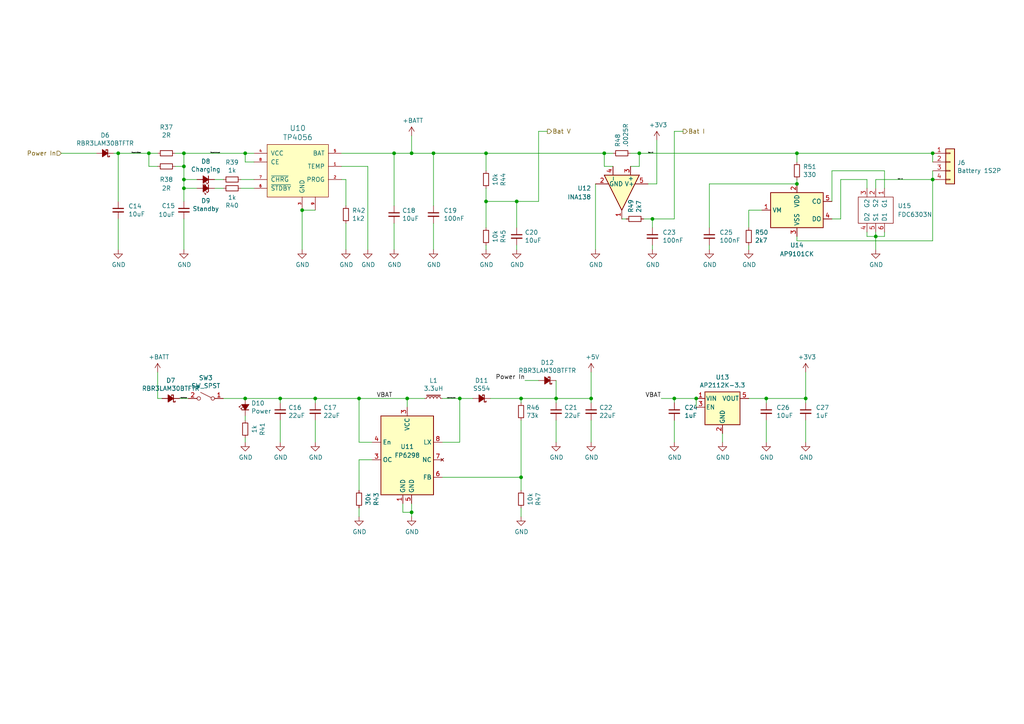
<source format=kicad_sch>
(kicad_sch (version 20210621) (generator eeschema)
  (paper "A4")
  (title_block (title "Swarmbot") (date "2021-11-21") (rev "0.2") (company "Squashed Fly") (comment 1 "Design by Philip McGaw"))
  (lib_symbols
    (symbol "Amplifier_Current:INA138" (pin_names (offset 0.127))
      (property "Reference" "U" (at 3.81 5.08 0))
      (property "Value" "INA138" (at 3.81 2.54 0))
      (symbol "INA138_0_1"
        (polyline (pts (xy -5.08 5.08) (xy 5.08 0) (xy -5.08 -5.08) (xy -5.08 5.08)) (stroke (width 0.254)) (fill (type background)))
      )
      (symbol "INA138_1_1"
        (pin output line (at 7.62 0 180) (length 2.54) (name "~") (number "1"))
        (pin power_in line (at -2.54 -7.62 90) (length 3.81) (name "GND") (number "2"))
        (pin input line (at -7.62 2.54 0) (length 2.54) (name "+") (number "3"))
        (pin input line (at -7.62 -2.54 0) (length 2.54) (name "-") (number "4"))
        (pin power_in line (at -2.54 7.62 270) (length 3.81) (name "V+") (number "5"))
      )
    )
    (symbol "Battery_Management:AP9101CK"
      (property "Reference" "U" (at -7.62 6.35 0))
      (property "Value" "AP9101CK" (at 6.35 6.35 0))
      (symbol "AP9101CK_0_1"
        (rectangle (start -7.62 5.08) (end 7.62 -5.08) (stroke (width 0.254)) (fill (type background)))
      )
      (symbol "AP9101CK_1_1"
        (pin passive line (at -10.16 0 0) (length 2.54) (name "VM") (number "1"))
        (pin power_in line (at 0 7.62 270) (length 2.54) (name "VDD") (number "2"))
        (pin power_in line (at 0 -7.62 90) (length 2.54) (name "VSS") (number "3"))
        (pin output line (at 10.16 -2.54 180) (length 2.54) (name "DO") (number "4"))
        (pin output line (at 10.16 2.54 180) (length 2.54) (name "CO") (number "5"))
      )
    )
    (symbol "Connector_Generic:Conn_01x04" (pin_names (offset 1.016) hide)
      (property "Reference" "J" (at 0 5.08 0))
      (property "Value" "Conn_01x04" (at 0 -7.62 0))
      (symbol "Conn_01x04_1_1"
        (rectangle (start -1.27 -4.953) (end 0 -5.207) (stroke (width 0.1524)))
        (rectangle (start -1.27 -2.413) (end 0 -2.667) (stroke (width 0.1524)))
        (rectangle (start -1.27 0.127) (end 0 -0.127) (stroke (width 0.1524)))
        (rectangle (start -1.27 2.667) (end 0 2.413) (stroke (width 0.1524)))
        (rectangle (start -1.27 3.81) (end 1.27 -6.35) (stroke (width 0.254)) (fill (type background)))
        (pin passive line (at -5.08 2.54 0) (length 3.81) (name "Pin_1") (number "1"))
        (pin passive line (at -5.08 0 0) (length 3.81) (name "Pin_2") (number "2"))
        (pin passive line (at -5.08 -2.54 0) (length 3.81) (name "Pin_3") (number "3"))
        (pin passive line (at -5.08 -5.08 0) (length 3.81) (name "Pin_4") (number "4"))
      )
    )
    (symbol "Device:C_Small" (pin_numbers hide) (pin_names (offset 0.254) hide)
      (property "Reference" "C" (at 0.254 1.778 0))
      (property "Value" "C_Small" (at 0.254 -2.032 0))
      (symbol "C_Small_0_1"
        (polyline (pts (xy -1.524 -0.508) (xy 1.524 -0.508)) (stroke (width 0.3302)))
        (polyline (pts (xy -1.524 0.508) (xy 1.524 0.508)) (stroke (width 0.3048)))
      )
      (symbol "C_Small_1_1"
        (pin passive line (at 0 2.54 270) (length 2.032) (name "~") (number "1"))
        (pin passive line (at 0 -2.54 90) (length 2.032) (name "~") (number "2"))
      )
    )
    (symbol "Device:D_Schottky_Small_ALT" (pin_numbers hide) (pin_names (offset 0.254) hide)
      (property "Reference" "D" (at -1.27 2.032 0))
      (property "Value" "Device_D_Schottky_Small_ALT" (at -7.112 -2.032 0))
      (symbol "D_Schottky_Small_ALT_0_1"
        (polyline (pts (xy -0.762 0) (xy 0.762 0)))
        (polyline (pts (xy 0.762 -1.016) (xy -0.762 0) (xy 0.762 1.016) (xy 0.762 -1.016)) (stroke (width 0.254)) (fill (type outline)))
        (polyline (pts (xy -1.27 0.762) (xy -1.27 1.016) (xy -0.762 1.016) (xy -0.762 -1.016) (xy -0.254 -1.016) (xy -0.254 -0.762)) (stroke (width 0.254)))
      )
      (symbol "D_Schottky_Small_ALT_1_1"
        (pin passive line (at -2.54 0 0) (length 1.778) (name "K") (number "1"))
        (pin passive line (at 2.54 0 180) (length 1.778) (name "A") (number "2"))
      )
    )
    (symbol "Device:LED_Small_ALT" (pin_numbers hide) (pin_names (offset 0.254) hide)
      (property "Reference" "D" (at -1.27 3.175 0))
      (property "Value" "Device_LED_Small_ALT" (at -4.445 -2.54 0))
      (symbol "LED_Small_ALT_0_1"
        (polyline (pts (xy -0.762 -1.016) (xy -0.762 1.016)) (stroke (width 0.254)))
        (polyline (pts (xy 1.016 0) (xy -0.762 0)))
        (polyline (pts (xy 0.762 -1.016) (xy -0.762 0) (xy 0.762 1.016) (xy 0.762 -1.016)) (stroke (width 0.254)) (fill (type outline)))
        (polyline (pts (xy 0 0.762) (xy -0.508 1.27) (xy -0.254 1.27) (xy -0.508 1.27) (xy -0.508 1.016)))
        (polyline (pts (xy 0.508 1.27) (xy 0 1.778) (xy 0.254 1.778) (xy 0 1.778) (xy 0 1.524)))
      )
      (symbol "LED_Small_ALT_1_1"
        (pin passive line (at -2.54 0 0) (length 1.778) (name "K") (number "1"))
        (pin passive line (at 2.54 0 180) (length 1.778) (name "A") (number "2"))
      )
    )
    (symbol "Device:L_Core_Iron_Small" (pin_numbers hide) (pin_names (offset 0.254) hide)
      (property "Reference" "L" (at 1.27 1.016 0))
      (property "Value" "Device_L_Core_Iron_Small" (at 1.27 -1.27 0))
      (symbol "L_Core_Iron_Small_0_1"
        (arc (start 0 -2.032) (mid 0.508 -1.524) (end 0 -1.016))
        (arc (start 0 -1.016) (mid 0.508 -0.508) (end 0 0))
        (polyline (pts (xy 0.762 2.032) (xy 0.762 -2.032)))
        (polyline (pts (xy 1.016 -2.032) (xy 1.016 2.032)))
        (arc (start 0 0) (mid 0.508 0.508) (end 0 1.016))
        (arc (start 0 1.016) (mid 0.508 1.524) (end 0 2.032))
      )
      (symbol "L_Core_Iron_Small_1_1"
        (pin passive line (at 0 2.54 270) (length 0.508) (name "~") (number "1"))
        (pin passive line (at 0 -2.54 90) (length 0.508) (name "~") (number "2"))
      )
    )
    (symbol "Device:R_Small" (pin_numbers hide) (pin_names (offset 0.254) hide)
      (property "Reference" "R" (at 0.762 0.508 0))
      (property "Value" "R_Small" (at 0.762 -1.016 0))
      (symbol "R_Small_0_1"
        (rectangle (start -0.762 1.778) (end 0.762 -1.778) (stroke (width 0.2032)))
      )
      (symbol "R_Small_1_1"
        (pin passive line (at 0 2.54 270) (length 0.762) (name "~") (number "1"))
        (pin passive line (at 0 -2.54 90) (length 0.762) (name "~") (number "2"))
      )
    )
    (symbol "FDC6303N:FDC6303N"
      (property "Reference" "U" (at 0 0 0))
      (property "Value" "FDC6303N" (at 0 -2.54 0))
      (symbol "FDC6303N_0_1"
        (rectangle (start -5.08 2.54) (end 5.08 -5.08) (stroke (width 0.1524)))
      )
      (symbol "FDC6303N_1_1"
        (pin passive line (at 2.54 5.08 270) (length 2.54) (name "G1") (number "1"))
        (pin passive line (at 0 5.08 270) (length 2.54) (name "S2") (number "2"))
        (pin passive line (at -2.54 5.08 270) (length 2.54) (name "G2") (number "3"))
        (pin passive line (at -2.54 -7.62 90) (length 2.54) (name "D2") (number "4"))
        (pin passive line (at 0 -7.62 90) (length 2.54) (name "S1") (number "5"))
        (pin passive line (at 2.54 -7.62 90) (length 2.54) (name "D1") (number "6"))
      )
    )
    (symbol "FP6298:FP6298"
      (property "Reference" "U" (at -8.89 -8.89 0))
      (property "Value" "FP6298" (at -8.89 -11.43 0))
      (symbol "FP6298_0_1"
        (rectangle (start -7.62 -12.7) (end 7.62 10.16) (stroke (width 0.254)) (fill (type background)))
      )
      (symbol "FP6298_1_1"
        (pin power_in line (at -1.27 -15.24 90) (length 2.54) (name "GND") (number "1"))
        (pin input line (at -10.16 -2.54 0) (length 2.54) (name "OC") (number "3"))
        (pin power_in line (at 0 12.7 270) (length 2.54) (name "VCC") (number "3"))
        (pin input line (at -10.16 2.54 0) (length 2.54) (name "En") (number "4"))
        (pin power_in line (at 1.27 -15.24 90) (length 2.54) (name "GND") (number "5"))
        (pin output line (at 10.16 -7.62 180) (length 2.54) (name "FB") (number "6"))
        (pin no_connect line (at 10.16 -2.54 180) (length 2.54) (name "NC") (number "7"))
        (pin output line (at 10.16 2.54 180) (length 2.54) (name "LX") (number "8"))
      )
    )
    (symbol "Regulator_Linear:AP2112K-3.3" (pin_names (offset 0.254))
      (property "Reference" "U" (at -5.08 5.715 0))
      (property "Value" "AP2112K-3.3" (at 0 5.715 0))
      (symbol "AP2112K-3.3_0_1"
        (rectangle (start -5.08 4.445) (end 5.08 -5.08) (stroke (width 0.254)) (fill (type background)))
      )
      (symbol "AP2112K-3.3_1_1"
        (pin power_in line (at -7.62 2.54 0) (length 2.54) (name "VIN") (number "1"))
        (pin power_in line (at 0 -7.62 90) (length 2.54) (name "GND") (number "2"))
        (pin input line (at -7.62 0 0) (length 2.54) (name "EN") (number "3"))
        (pin no_connect line (at 5.08 0 180) (length 2.54) hide (name "NC") (number "4"))
        (pin power_out line (at 7.62 2.54 180) (length 2.54) (name "VOUT") (number "5"))
      )
    )
    (symbol "Switch:SW_SPST" (pin_names (offset 0) hide)
      (property "Reference" "SW" (at 0 3.175 0))
      (property "Value" "SW_SPST" (at 0 -2.54 0))
      (symbol "SW_SPST_0_0"
        (circle (center -2.032 0) (radius 0.508))
        (polyline (pts (xy -1.524 0.254) (xy 1.524 1.778)))
        (circle (center 2.032 0) (radius 0.508))
      )
      (symbol "SW_SPST_1_1"
        (pin passive line (at -5.08 0 0) (length 2.54) (name "A") (number "1"))
        (pin passive line (at 5.08 0 180) (length 2.54) (name "B") (number "2"))
      )
    )
    (symbol "TP4056:TP4056" (pin_names (offset 1.016))
      (property "Reference" "U4" (at 0 13.6398 0))
      (property "Value" "TP4056" (at 0 10.9474 0))
      (symbol "TP4056_0_1"
        (rectangle (start -8.89 8.89) (end 8.89 -6.35) (fill (type background)))
      )
      (symbol "TP4056_1_1"
        (pin passive line (at 12.7 2.54 180) (length 3.81) (name "TEMP") (number "1"))
        (pin passive line (at 12.7 -1.27 180) (length 3.81) (name "PROG") (number "2"))
        (pin power_in line (at 1.27 -10.16 90) (length 3.81) (name "GND") (number "3"))
        (pin power_in line (at -12.7 6.35 0) (length 3.81) (name "VCC") (number "4"))
        (pin power_out line (at 12.7 6.35 180) (length 3.81) (name "BAT") (number "5"))
        (pin open_collector line (at -12.7 -3.81 0) (length 3.81) (name "~{STDBY}") (number "6"))
        (pin open_collector line (at -12.7 -1.27 0) (length 3.81) (name "~{CHRG}") (number "7"))
        (pin input line (at -12.7 3.81 0) (length 3.81) (name "CE") (number "8"))
        (pin power_in line (at 5.08 -10.16 90) (length 3.81) (name "~") (number "9"))
      )
    )
    (symbol "power:+3V3" (power) (pin_names (offset 0))
      (property "Value" "+3V3" (at 0 3.556 0))
      (symbol "+3V3_0_1"
        (polyline (pts (xy -0.762 1.27) (xy 0 2.54)))
        (polyline (pts (xy 0 0) (xy 0 2.54)))
        (polyline (pts (xy 0 2.54) (xy 0.762 1.27)))
      )
      (symbol "+3V3_1_1"
        (pin power_in line (at 0 0 90) (length 0) hide (name "+3V3") (number "1"))
      )
    )
    (symbol "power:+5V" (power) (pin_names (offset 0))
      (property "Value" "+5V" (at 0 3.556 0))
      (symbol "+5V_0_1"
        (polyline (pts (xy -0.762 1.27) (xy 0 2.54)))
        (polyline (pts (xy 0 0) (xy 0 2.54)))
        (polyline (pts (xy 0 2.54) (xy 0.762 1.27)))
      )
      (symbol "+5V_1_1"
        (pin power_in line (at 0 0 90) (length 0) hide (name "+5V") (number "1"))
      )
    )
    (symbol "power:+BATT" (power) (pin_names (offset 0))
      (property "Value" "+BATT" (at 0 3.556 0))
      (symbol "+BATT_0_1"
        (polyline (pts (xy -0.762 1.27) (xy 0 2.54)))
        (polyline (pts (xy 0 0) (xy 0 2.54)))
        (polyline (pts (xy 0 2.54) (xy 0.762 1.27)))
      )
      (symbol "+BATT_1_1"
        (pin power_in line (at 0 0 90) (length 0) hide (name "+BATT") (number "1"))
      )
    )
    (symbol "power:GND" (power) (pin_names (offset 0))
      (property "Value" "GND" (at 0 -3.81 0))
      (symbol "GND_0_1"
        (polyline (pts (xy 0 0) (xy 0 -1.27) (xy 1.27 -1.27) (xy 0 -2.54) (xy -1.27 -1.27) (xy 0 -1.27)))
      )
      (symbol "GND_1_1"
        (pin power_in line (at 0 0 270) (length 0) hide (name "GND") (number "1"))
      )
    )
  )
  (junction (at 189.23 63.5))
  (junction (at 270.51 52.07))
  (junction (at 125.73 44.45))
  (junction (at 254 68.58))
  (junction (at 118.11 115.57))
  (junction (at 231.14 53.34))
  (junction (at 53.34 48.26))
  (junction (at 119.38 44.45))
  (junction (at 151.13 138.43))
  (junction (at 185.42 44.45))
  (junction (at 171.45 115.57))
  (junction (at 233.68 115.57))
  (junction (at 53.34 52.07))
  (junction (at 133.35 115.57))
  (junction (at 222.25 115.57))
  (junction (at 119.38 148.59))
  (junction (at 71.12 44.45))
  (junction (at 175.26 44.45))
  (junction (at 195.58 115.57))
  (junction (at 71.12 115.57))
  (junction (at 114.3 44.45))
  (junction (at 104.14 115.57))
  (junction (at 43.18 44.45))
  (junction (at 149.86 58.42))
  (junction (at 53.34 44.45))
  (junction (at 140.97 58.42))
  (junction (at 270.51 44.45))
  (junction (at 151.13 115.57))
  (junction (at 34.29 44.45))
  (junction (at 53.34 54.61))
  (junction (at 81.28 115.57))
  (junction (at 231.14 44.45))
  (junction (at 161.29 115.57))
  (junction (at 201.93 115.57))
  (junction (at 87.63 60.96))
  (junction (at 140.97 44.45))
  (junction (at 91.44 115.57))
  (wire (pts (xy 243.84 52.07) (xy 243.84 63.5)))
  (wire (pts (xy 251.46 52.07) (xy 243.84 52.07)))
  (wire (pts (xy 243.84 63.5) (xy 241.3 63.5)))
  (wire (pts (xy 251.46 54.61) (xy 251.46 52.07)))
  (wire (pts (xy 251.46 68.58) (xy 254 68.58)))
  (wire (pts (xy 254 68.58) (xy 254 67.31)))
  (wire (pts (xy 73.66 54.61) (xy 69.85 54.61)))
  (wire (pts (xy 45.72 107.95) (xy 45.72 115.57)))
  (wire (pts (xy 171.45 107.95) (xy 171.45 115.57)))
  (wire (pts (xy 137.16 115.57) (xy 133.35 115.57)))
  (wire (pts (xy 125.73 44.45) (xy 125.73 59.69)))
  (wire (pts (xy 34.29 63.5) (xy 34.29 72.39)))
  (wire (pts (xy 53.34 48.26) (xy 53.34 44.45)))
  (wire (pts (xy 251.46 67.31) (xy 251.46 68.58)))
  (wire (pts (xy 140.97 71.12) (xy 140.97 72.39)))
  (wire (pts (xy 114.3 44.45) (xy 99.06 44.45)))
  (wire (pts (xy 99.06 48.26) (xy 106.68 48.26)))
  (wire (pts (xy 187.96 53.34) (xy 190.5 53.34)))
  (wire (pts (xy 190.5 53.34) (xy 190.5 40.64)))
  (wire (pts (xy 152.273 110.363) (xy 156.21 110.363)))
  (wire (pts (xy 161.29 115.57) (xy 161.29 116.84)))
  (wire (pts (xy 91.44 60.96) (xy 87.63 60.96)))
  (wire (pts (xy 209.55 125.73) (xy 209.55 128.27)))
  (wire (pts (xy 119.38 39.37) (xy 119.38 44.45)))
  (wire (pts (xy 34.29 44.45) (xy 34.29 58.42)))
  (wire (pts (xy 151.13 138.43) (xy 128.27 138.43)))
  (wire (pts (xy 45.72 115.57) (xy 46.99 115.57)))
  (wire (pts (xy 118.11 118.11) (xy 118.11 115.57)))
  (wire (pts (xy 71.12 120.65) (xy 71.12 121.92)))
  (wire (pts (xy 106.68 48.26) (xy 106.68 72.39)))
  (wire (pts (xy 123.19 115.57) (xy 118.11 115.57)))
  (wire (pts (xy 50.8 44.45) (xy 53.34 44.45)))
  (wire (pts (xy 161.29 128.27) (xy 161.29 121.92)))
  (wire (pts (xy 53.34 44.45) (xy 71.12 44.45)))
  (wire (pts (xy 81.28 128.27) (xy 81.28 121.92)))
  (wire (pts (xy 231.14 68.58) (xy 231.14 69.85)))
  (wire (pts (xy 270.51 69.85) (xy 270.51 52.07)))
  (wire (pts (xy 231.14 69.85) (xy 270.51 69.85)))
  (wire (pts (xy 116.84 148.59) (xy 119.38 148.59)))
  (wire (pts (xy 73.66 52.07) (xy 69.85 52.07)))
  (wire (pts (xy 149.86 58.42) (xy 149.86 66.04)))
  (wire (pts (xy 64.77 54.61) (xy 62.23 54.61)))
  (wire (pts (xy 73.66 44.45) (xy 71.12 44.45)))
  (wire (pts (xy 114.3 72.39) (xy 114.3 64.77)))
  (wire (pts (xy 205.74 71.12) (xy 205.74 72.39)))
  (wire (pts (xy 149.86 58.42) (xy 156.21 58.42)))
  (wire (pts (xy 156.21 38.1) (xy 156.21 58.42)))
  (wire (pts (xy 158.75 38.1) (xy 156.21 38.1)))
  (wire (pts (xy 195.58 121.92) (xy 195.58 128.27)))
  (wire (pts (xy 233.68 107.95) (xy 233.68 115.57)))
  (wire (pts (xy 222.25 115.57) (xy 233.68 115.57)))
  (wire (pts (xy 217.17 115.57) (xy 222.25 115.57)))
  (wire (pts (xy 91.44 115.57) (xy 81.28 115.57)))
  (wire (pts (xy 217.17 60.96) (xy 220.98 60.96)))
  (wire (pts (xy 205.74 53.34) (xy 231.14 53.34)))
  (wire (pts (xy 205.74 66.04) (xy 205.74 53.34)))
  (wire (pts (xy 151.13 121.92) (xy 151.13 138.43)))
  (wire (pts (xy 118.11 115.57) (xy 104.14 115.57)))
  (wire (pts (xy 119.38 148.59) (xy 119.38 146.05)))
  (wire (pts (xy 104.14 128.27) (xy 104.14 115.57)))
  (wire (pts (xy 175.26 44.45) (xy 175.26 48.26)))
  (wire (pts (xy 53.34 54.61) (xy 53.34 52.07)))
  (wire (pts (xy 151.13 149.86) (xy 151.13 147.32)))
  (wire (pts (xy 270.51 44.45) (xy 270.51 46.99)))
  (wire (pts (xy 43.18 48.26) (xy 45.72 48.26)))
  (wire (pts (xy 189.23 71.12) (xy 189.23 72.39)))
  (wire (pts (xy 254 68.58) (xy 254 72.39)))
  (wire (pts (xy 64.77 52.07) (xy 62.23 52.07)))
  (wire (pts (xy 175.26 48.26) (xy 177.8 48.26)))
  (wire (pts (xy 149.86 72.39) (xy 149.86 71.12)))
  (wire (pts (xy 222.25 115.57) (xy 222.25 116.84)))
  (wire (pts (xy 91.44 128.27) (xy 91.44 121.92)))
  (wire (pts (xy 151.13 115.57) (xy 161.29 115.57)))
  (wire (pts (xy 161.29 115.57) (xy 171.45 115.57)))
  (wire (pts (xy 128.27 128.27) (xy 133.35 128.27)))
  (wire (pts (xy 172.72 53.34) (xy 172.72 72.39)))
  (wire (pts (xy 142.24 115.57) (xy 151.13 115.57)))
  (wire (pts (xy 256.54 67.31) (xy 256.54 68.58)))
  (wire (pts (xy 116.84 146.05) (xy 116.84 148.59)))
  (wire (pts (xy 52.07 115.57) (xy 54.61 115.57)))
  (wire (pts (xy 133.35 128.27) (xy 133.35 115.57)))
  (wire (pts (xy 233.68 115.57) (xy 233.68 116.84)))
  (wire (pts (xy 140.97 58.42) (xy 140.97 66.04)))
  (wire (pts (xy 140.97 44.45) (xy 140.97 49.53)))
  (wire (pts (xy 180.34 63.5) (xy 181.61 63.5)))
  (wire (pts (xy 71.12 127) (xy 71.12 128.27)))
  (wire (pts (xy 81.28 115.57) (xy 81.28 116.84)))
  (wire (pts (xy 104.14 149.86) (xy 104.14 147.32)))
  (wire (pts (xy 195.58 63.5) (xy 195.58 38.1)))
  (wire (pts (xy 195.58 38.1) (xy 198.12 38.1)))
  (wire (pts (xy 151.13 142.24) (xy 151.13 138.43)))
  (wire (pts (xy 231.14 52.07) (xy 231.14 53.34)))
  (wire (pts (xy 140.97 58.42) (xy 149.86 58.42)))
  (wire (pts (xy 99.06 52.07) (xy 100.33 52.07)))
  (wire (pts (xy 270.51 49.53) (xy 270.51 52.07)))
  (wire (pts (xy 104.14 142.24) (xy 104.14 133.35)))
  (wire (pts (xy 151.13 116.84) (xy 151.13 115.57)))
  (wire (pts (xy 57.15 52.07) (xy 53.34 52.07)))
  (wire (pts (xy 254 54.61) (xy 254 52.07)))
  (wire (pts (xy 254 52.07) (xy 270.51 52.07)))
  (wire (pts (xy 50.8 48.26) (xy 53.34 48.26)))
  (wire (pts (xy 140.97 54.61) (xy 140.97 58.42)))
  (wire (pts (xy 189.23 63.5) (xy 195.58 63.5)))
  (wire (pts (xy 17.78 44.45) (xy 27.94 44.45)))
  (wire (pts (xy 133.35 115.57) (xy 128.27 115.57)))
  (wire (pts (xy 222.25 121.92) (xy 222.25 128.27)))
  (wire (pts (xy 201.93 118.11) (xy 201.93 115.57)))
  (wire (pts (xy 171.45 116.84) (xy 171.45 115.57)))
  (wire (pts (xy 71.12 115.57) (xy 81.28 115.57)))
  (wire (pts (xy 161.29 110.363) (xy 161.29 115.57)))
  (wire (pts (xy 91.44 115.57) (xy 91.44 116.84)))
  (wire (pts (xy 43.18 44.45) (xy 45.72 44.45)))
  (wire (pts (xy 104.14 133.35) (xy 107.95 133.35)))
  (wire (pts (xy 195.58 115.57) (xy 195.58 116.84)))
  (wire (pts (xy 91.44 115.57) (xy 104.14 115.57)))
  (wire (pts (xy 231.14 44.45) (xy 270.51 44.45)))
  (wire (pts (xy 185.42 44.45) (xy 231.14 44.45)))
  (wire (pts (xy 182.88 44.45) (xy 185.42 44.45)))
  (wire (pts (xy 53.34 54.61) (xy 53.34 58.42)))
  (wire (pts (xy 64.77 115.57) (xy 71.12 115.57)))
  (wire (pts (xy 125.73 64.77) (xy 125.73 72.39)))
  (wire (pts (xy 114.3 59.69) (xy 114.3 44.45)))
  (wire (pts (xy 107.95 128.27) (xy 104.14 128.27)))
  (wire (pts (xy 233.68 121.92) (xy 233.68 128.27)))
  (wire (pts (xy 119.38 149.86) (xy 119.38 148.59)))
  (wire (pts (xy 217.17 71.12) (xy 217.17 72.39)))
  (wire (pts (xy 241.3 49.53) (xy 241.3 58.42)))
  (wire (pts (xy 256.54 54.61) (xy 256.54 49.53)))
  (wire (pts (xy 256.54 49.53) (xy 241.3 49.53)))
  (wire (pts (xy 34.29 44.45) (xy 43.18 44.45)))
  (wire (pts (xy 73.66 46.99) (xy 71.12 46.99)))
  (wire (pts (xy 87.63 60.96) (xy 87.63 72.39)))
  (wire (pts (xy 43.18 48.26) (xy 43.18 44.45)))
  (wire (pts (xy 57.15 54.61) (xy 53.34 54.61)))
  (wire (pts (xy 53.34 63.5) (xy 53.34 72.39)))
  (wire (pts (xy 71.12 46.99) (xy 71.12 44.45)))
  (wire (pts (xy 254 68.58) (xy 256.54 68.58)))
  (wire (pts (xy 171.45 128.27) (xy 171.45 121.92)))
  (wire (pts (xy 100.33 64.77) (xy 100.33 72.39)))
  (wire (pts (xy 191.77 115.57) (xy 195.58 115.57)))
  (wire (pts (xy 195.58 115.57) (xy 201.93 115.57)))
  (wire (pts (xy 119.38 44.45) (xy 114.3 44.45)))
  (wire (pts (xy 53.34 52.07) (xy 53.34 48.26)))
  (wire (pts (xy 100.33 52.07) (xy 100.33 59.69)))
  (wire (pts (xy 217.17 60.96) (xy 217.17 66.04)))
  (wire (pts (xy 33.02 44.45) (xy 34.29 44.45)))
  (wire (pts (xy 125.73 44.45) (xy 140.97 44.45)))
  (wire (pts (xy 140.97 44.45) (xy 175.26 44.45)))
  (wire (pts (xy 231.14 44.45) (xy 231.14 46.99)))
  (wire (pts (xy 119.38 44.45) (xy 125.73 44.45)))
  (wire (pts (xy 175.26 44.45) (xy 177.8 44.45)))
  (wire (pts (xy 186.69 63.5) (xy 189.23 63.5)))
  (wire (pts (xy 189.23 63.5) (xy 189.23 66.04)))
  (wire (pts (xy 182.88 48.26) (xy 185.42 48.26)))
  (wire (pts (xy 185.42 48.26) (xy 185.42 44.45)))
  (label "+BatDiode" (at 52.07 115.57 0) (effects (font (size 0.27 0.27))))
  (label "VBAT" (at 191.77 115.57 180))
  (label "bat-ve" (at 260.35 52.07 0) (effects (font (size 0.27 0.27))))
  (label "vbatInductor" (at 129.54 115.57 0) (effects (font (size 0.27 0.27))))
  (label "VBAT" (at 109.22 115.57 0))
  (label "PowerInDiode" (at 38.1 44.45 0) (effects (font (size 0.27 0.27))))
  (label "PowerInInrush" (at 60.96 44.45 0) (effects (font (size 0.27 0.27))))
  (label "Bat+VE" (at 187.96 44.45 0) (effects (font (size 0.27 0.27))))
  (label "Power In" (at 152.273 110.363 180))
  (hierarchical_label "Power In" (shape input) (at 17.78 44.45 180))
  (hierarchical_label "Bat I" (shape output) (at 198.12 38.1 0))
  (hierarchical_label "Bat V" (shape output) (at 158.75 38.1 0))
  (symbol (lib_id "power:GND") (at 222.25 128.27 0) (unit 1)
    (property "Reference" "#PWR066" (effects hide))
    (property "Value" "GND" (at 222.377 132.6642 0))
  )
  (symbol (lib_id "Regulator_Linear:AP2112K-3.3") (at 209.55 118.11 0) (unit 1)
    (property "Reference" "U13" (at 209.55 109.4232 0))
    (property "Value" "AP2112K-3.3" (at 209.55 111.7346 0))
    (property "Footprint" "Package_TO_SOT_SMD:SOT-23-5" (effects hide))
    (property "Datasheet" "https://www.diodes.com/assets/Datasheets/AP2112.pdf" (effects hide))
    (property "mpn" "AP2112K-3.3TRG1" (effects hide))
  )
  (symbol (lib_id "Device:LED_Small_ALT") (at 71.12 118.11 90) (unit 1)
    (property "Reference" "D10" (at 72.8472 116.9416 90) (effects (justify right)))
    (property "Value" "Power" (at 72.8472 119.253 90) (effects (justify right)))
    (property "Footprint" "LED_SMD:LED_0805_2012Metric_Pad1.15x1.40mm_HandSolder" (effects hide))
  )
  (symbol (lib_id "Device:R_Small") (at 67.31 54.61 90) (unit 1)
    (property "Reference" "R40" (at 67.31 59.5884 90))
    (property "Value" "1k" (at 67.31 57.277 90))
    (property "Footprint" "Resistor_SMD:R_0805_2012Metric_Pad1.20x1.40mm_HandSolder" (effects hide))
  )
  (symbol (lib_id "Device:D_Schottky_Small_ALT") (at 30.48 44.45 180) (unit 1)
    (property "Reference" "D6" (at 30.48 39.243 0))
    (property "Value" "RBR3LAM30BTFTR" (at 30.48 41.5544 0))
    (property "Footprint" "Diode_SMD:D_SOD-128" (effects hide))
    (property "Datasheet" "https://www.farnell.com/datasheets/2328795.pdf" (effects hide))
    (property "Farnell" "2772718" (effects hide))
  )
  (symbol (lib_id "power:+BATT") (at 45.72 107.95 0) (unit 1)
    (property "Reference" "#PWR040" (effects hide))
    (property "Value" "+BATT" (at 46.101 103.5558 0))
  )
  (symbol (lib_id "Device:C_Small") (at 189.23 68.58 0) (unit 1)
    (property "Reference" "C23" (at 192.151 67.4116 0) (effects (justify left)))
    (property "Value" "100nF" (at 192.151 69.723 0) (effects (justify left)))
    (property "Footprint" "Capacitor_SMD:C_0805_2012Metric_Pad1.18x1.45mm_HandSolder" (effects hide))
  )
  (symbol (lib_id "Device:R_Small") (at 140.97 68.58 180) (unit 1)
    (property "Reference" "R45" (at 145.9484 68.58 90))
    (property "Value" "10k" (at 143.637 68.58 90))
    (property "Footprint" "Resistor_SMD:R_0805_2012Metric_Pad1.20x1.40mm_HandSolder" (effects hide))
  )
  (symbol (lib_id "power:GND") (at 114.3 72.39 0) (unit 1)
    (property "Reference" "#PWR049" (effects hide))
    (property "Value" "GND" (at 114.427 76.7842 0))
  )
  (symbol (lib_id "power:GND") (at 149.86 72.39 0) (unit 1)
    (property "Reference" "#PWR054" (effects hide))
    (property "Value" "GND" (at 149.987 76.7842 0))
  )
  (symbol (lib_id "Amplifier_Current:INA138") (at 180.34 55.88 270) (unit 1)
    (property "Reference" "U12" (at 171.45 54.6099 90) (effects (justify right)))
    (property "Value" "INA138" (at 171.45 57.1499 90) (effects (justify right)))
    (property "Footprint" "Package_TO_SOT_SMD:SOT-23-5" (effects hide))
    (property "Datasheet" "http://www.ti.com/lit/ds/symlink/ina138.pdf" (effects hide))
  )
  (symbol (lib_id "power:GND") (at 106.68 72.39 0) (unit 1)
    (property "Reference" "#PWR048" (effects hide))
    (property "Value" "GND" (at 106.807 76.7842 0))
  )
  (symbol (lib_id "power:GND") (at 91.44 128.27 0) (unit 1)
    (property "Reference" "#PWR045" (effects hide))
    (property "Value" "GND" (at 91.567 132.6642 0))
  )
  (symbol (lib_id "power:GND") (at 171.45 128.27 0) (unit 1)
    (property "Reference" "#PWR058" (effects hide))
    (property "Value" "GND" (at 171.577 132.6642 0))
  )
  (symbol (lib_id "Device:C_Small") (at 161.29 119.38 0) (unit 1)
    (property "Reference" "C21" (at 163.6268 118.2116 0) (effects (justify left)))
    (property "Value" "22uF" (at 163.6268 120.523 0) (effects (justify left)))
    (property "Footprint" "Capacitor_SMD:C_0805_2012Metric_Pad1.18x1.45mm_HandSolder" (effects hide))
  )
  (symbol (lib_id "Device:R_Small") (at 231.14 49.53 180) (unit 1)
    (property "Reference" "R51" (at 232.918 48.3616 0) (effects (justify right)))
    (property "Value" "330" (at 232.918 50.673 0) (effects (justify right)))
    (property "Footprint" "Resistor_SMD:R_0805_2012Metric_Pad1.20x1.40mm_HandSolder" (effects hide))
  )
  (symbol (lib_id "Device:C_Small") (at 222.25 119.38 0) (unit 1)
    (property "Reference" "C26" (at 225.171 118.2116 0) (effects (justify left)))
    (property "Value" "10uF" (at 225.171 120.523 0) (effects (justify left)))
    (property "Footprint" "Capacitor_SMD:C_0805_2012Metric_Pad1.18x1.45mm_HandSolder" (effects hide))
    (property "mpn" "MF-CAP-1206-10uF" (effects hide))
  )
  (symbol (lib_id "Battery_Management:AP9101CK") (at 231.14 60.96 0) (unit 1)
    (property "Reference" "U14" (at 231.14 71.12 0))
    (property "Value" "AP9101CK" (at 231.14 73.66 0))
    (property "Footprint" "Package_TO_SOT_SMD:SOT-23-5" (effects hide))
    (property "Datasheet" "https://www.diodes.com/assets/Datasheets/AP9101C.pdf" (effects hide))
    (property "Farnell" "3483011" (effects hide))
  )
  (symbol (lib_id "power:GND") (at 87.63 72.39 0) (unit 1)
    (property "Reference" "#PWR044" (effects hide))
    (property "Value" "GND" (at 87.757 76.7842 0))
  )
  (symbol (lib_id "Device:R_Small") (at 48.26 44.45 270) (unit 1)
    (property "Reference" "R37" (at 48.26 36.9062 90))
    (property "Value" "2R" (at 48.26 39.2176 90))
    (property "Footprint" "Resistor_SMD:R_0805_2012Metric_Pad1.20x1.40mm_HandSolder" (effects hide))
    (property "Note:" "This is a current limiting resistor, 1 Ω limites the current to about 1.25 A." (effects hide))
  )
  (symbol (lib_id "power:GND") (at 71.12 128.27 0) (unit 1)
    (property "Reference" "#PWR042" (effects hide))
    (property "Value" "GND" (at 71.247 132.6642 0))
  )
  (symbol (lib_id "Device:R_Small") (at 100.33 62.23 180) (unit 1)
    (property "Reference" "R42" (at 102.108 61.0616 0) (effects (justify right)))
    (property "Value" "1k2" (at 102.108 63.373 0) (effects (justify right)))
    (property "Footprint" "Resistor_SMD:R_0805_2012Metric_Pad1.20x1.40mm_HandSolder" (effects hide))
  )
  (symbol (lib_id "power:GND") (at 254 72.39 0) (unit 1)
    (property "Reference" "#PWR069" (effects hide))
    (property "Value" "GND" (at 254.127 76.7842 0))
  )
  (symbol (lib_id "Switch:SW_SPST") (at 59.69 115.57 0) (mirror y) (unit 1)
    (property "Reference" "SW3" (at 59.69 109.601 0))
    (property "Value" "SW_SPST" (at 59.69 111.9124 0))
    (property "Footprint" "Button_Switch_SMD:SW_SPST_B3U-3000P-B" (effects hide))
  )
  (symbol (lib_id "power:GND") (at 205.74 72.39 0) (unit 1)
    (property "Reference" "#PWR063" (effects hide))
    (property "Value" "GND" (at 205.867 76.7842 0))
  )
  (symbol (lib_id "Device:C_Small") (at 233.68 119.38 0) (unit 1)
    (property "Reference" "C27" (at 236.601 118.2116 0) (effects (justify left)))
    (property "Value" "1uF" (at 236.601 120.523 0) (effects (justify left)))
    (property "Footprint" "Capacitor_SMD:C_0805_2012Metric_Pad1.18x1.45mm_HandSolder" (effects hide))
    (property "mpn" "MF-CAP-0603-1uF" (effects hide))
  )
  (symbol (lib_id "power:GND") (at 233.68 128.27 0) (unit 1)
    (property "Reference" "#PWR068" (effects hide))
    (property "Value" "GND" (at 233.807 132.6642 0))
  )
  (symbol (lib_id "power:GND") (at 119.38 149.86 0) (unit 1)
    (property "Reference" "#PWR051" (effects hide))
    (property "Value" "GND" (at 119.507 154.2542 0))
  )
  (symbol (lib_id "Device:LED_Small_ALT") (at 59.69 52.07 180) (unit 1)
    (property "Reference" "D8" (at 59.69 46.8122 0))
    (property "Value" "Charging" (at 59.69 49.1236 0))
    (property "Footprint" "LED_SMD:LED_0805_2012Metric_Pad1.15x1.40mm_HandSolder" (effects hide))
  )
  (symbol (lib_id "power:+5V") (at 171.45 107.95 0) (unit 1)
    (property "Reference" "#PWR057" (effects hide))
    (property "Value" "+5V" (at 171.831 103.5558 0))
  )
  (symbol (lib_id "Device:C_Small") (at 195.58 119.38 0) (unit 1)
    (property "Reference" "C24" (at 198.501 118.2116 0) (effects (justify left)))
    (property "Value" "1uF" (at 198.501 120.523 0) (effects (justify left)))
    (property "Footprint" "Capacitor_SMD:C_0805_2012Metric_Pad1.18x1.45mm_HandSolder" (effects hide))
    (property "mpn" "MF-CAP-0603-1uF" (effects hide))
  )
  (symbol (lib_id "Connector_Generic:Conn_01x04") (at 275.59 46.99 0) (unit 1)
    (property "Reference" "J6" (at 277.622 47.1932 0) (effects (justify left)))
    (property "Value" "Battery 1S2P" (at 277.622 49.5046 0) (effects (justify left)))
    (property "Footprint" "Connector_JST:JST_XH_B4B-XH-A_1x04_P2.50mm_Vertical" (effects hide))
  )
  (symbol (lib_id "power:GND") (at 217.17 72.39 0) (unit 1)
    (property "Reference" "#PWR065" (effects hide))
    (property "Value" "GND" (at 217.297 76.7842 0))
  )
  (symbol (lib_id "Device:C_Small") (at 91.44 119.38 0) (unit 1)
    (property "Reference" "C17" (at 93.7768 118.2116 0) (effects (justify left)))
    (property "Value" "22uF" (at 93.7768 120.523 0) (effects (justify left)))
    (property "Footprint" "Capacitor_SMD:C_0805_2012Metric_Pad1.18x1.45mm_HandSolder" (effects hide))
  )
  (symbol (lib_id "power:GND") (at 100.33 72.39 0) (unit 1)
    (property "Reference" "#PWR046" (effects hide))
    (property "Value" "GND" (at 100.457 76.7842 0))
  )
  (symbol (lib_id "power:GND") (at 125.73 72.39 0) (unit 1)
    (property "Reference" "#PWR052" (effects hide))
    (property "Value" "GND" (at 125.857 76.7842 0))
  )
  (symbol (lib_id "Device:L_Core_Iron_Small") (at 125.73 115.57 90) (unit 1)
    (property "Reference" "L1" (at 125.73 110.363 90))
    (property "Value" "3.3uH" (at 125.73 112.6744 90))
    (property "Footprint" "Inductor_SMD:L_6.3x6.3_H3" (effects hide))
    (property "Farnell" "2530098" (effects hide))
  )
  (symbol (lib_id "power:GND") (at 151.13 149.86 0) (unit 1)
    (property "Reference" "#PWR055" (effects hide))
    (property "Value" "GND" (at 151.257 154.2542 0))
  )
  (symbol (lib_id "Device:D_Schottky_Small_ALT") (at 139.7 115.57 180) (unit 1)
    (property "Reference" "D11" (at 139.7 110.363 0))
    (property "Value" "SS54" (at 139.7 112.6744 0))
    (property "Footprint" "Diode_SMD:D_SMC_Handsoldering" (effects hide))
    (property "Datasheet" "https://www.mouser.co.uk/datasheet/2/308/SS24-D-1772113.pdf" (effects hide))
  )
  (symbol (lib_id "Device:R_Small") (at 104.14 144.78 180) (unit 1)
    (property "Reference" "R43" (at 109.1184 144.78 90))
    (property "Value" "30k" (at 106.807 144.78 90))
    (property "Footprint" "Resistor_SMD:R_0805_2012Metric_Pad1.20x1.40mm_HandSolder" (effects hide))
  )
  (symbol (lib_id "Device:C_Small") (at 125.73 62.23 0) (unit 1)
    (property "Reference" "C19" (at 128.651 61.0616 0) (effects (justify left)))
    (property "Value" "100nF" (at 128.651 63.373 0) (effects (justify left)))
    (property "Footprint" "Capacitor_SMD:C_0805_2012Metric_Pad1.18x1.45mm_HandSolder" (effects hide))
  )
  (symbol (lib_id "power:GND") (at 209.55 128.27 0) (unit 1)
    (property "Reference" "#PWR064" (effects hide))
    (property "Value" "GND" (at 209.677 132.6642 0))
  )
  (symbol (lib_id "power:GND") (at 34.29 72.39 0) (unit 1)
    (property "Reference" "#PWR039" (effects hide))
    (property "Value" "GND" (at 34.417 76.7842 0))
  )
  (symbol (lib_id "Device:C_Small") (at 34.29 60.96 0) (unit 1)
    (property "Reference" "C14" (at 37.211 59.7916 0) (effects (justify left)))
    (property "Value" "10uF" (at 37.211 62.103 0) (effects (justify left)))
    (property "Footprint" "Capacitor_SMD:C_0805_2012Metric_Pad1.18x1.45mm_HandSolder" (effects hide))
  )
  (symbol (lib_id "Device:R_Small") (at 140.97 52.07 180) (unit 1)
    (property "Reference" "R44" (at 145.9484 52.07 90))
    (property "Value" "10k" (at 143.637 52.07 90))
    (property "Footprint" "Resistor_SMD:R_0805_2012Metric_Pad1.20x1.40mm_HandSolder" (effects hide))
  )
  (symbol (lib_id "Device:R_Small") (at 217.17 68.58 180) (unit 1)
    (property "Reference" "R50" (at 218.948 67.4116 0) (effects (justify right)))
    (property "Value" "2k7" (at 218.948 69.723 0) (effects (justify right)))
    (property "Footprint" "Resistor_SMD:R_0805_2012Metric_Pad1.20x1.40mm_HandSolder" (effects hide))
  )
  (symbol (lib_id "power:GND") (at 161.29 128.27 0) (unit 1)
    (property "Reference" "#PWR056" (effects hide))
    (property "Value" "GND" (at 161.417 132.6642 0))
  )
  (symbol (lib_id "power:GND") (at 104.14 149.86 0) (unit 1)
    (property "Reference" "#PWR047" (effects hide))
    (property "Value" "GND" (at 104.267 154.2542 0))
  )
  (symbol (lib_id "power:GND") (at 140.97 72.39 0) (unit 1)
    (property "Reference" "#PWR053" (effects hide))
    (property "Value" "GND" (at 141.097 76.7842 0))
  )
  (symbol (lib_id "power:+3V3") (at 190.5 40.64 0) (unit 1)
    (property "Reference" "#PWR061" (effects hide))
    (property "Value" "+3V3" (at 190.881 36.2458 0))
  )
  (symbol (lib_id "Device:C_Small") (at 171.45 119.38 0) (unit 1)
    (property "Reference" "C22" (at 173.7868 118.2116 0) (effects (justify left)))
    (property "Value" "22uF" (at 173.7868 120.523 0) (effects (justify left)))
    (property "Footprint" "Capacitor_SMD:C_0805_2012Metric_Pad1.18x1.45mm_HandSolder" (effects hide))
  )
  (symbol (lib_id "Device:C_Small") (at 81.28 119.38 0) (unit 1)
    (property "Reference" "C16" (at 83.6168 118.2116 0) (effects (justify left)))
    (property "Value" "22uF" (at 83.6168 120.523 0) (effects (justify left)))
    (property "Footprint" "Capacitor_SMD:C_0805_2012Metric_Pad1.18x1.45mm_HandSolder" (effects hide))
  )
  (symbol (lib_id "Device:R_Small") (at 151.13 119.38 180) (unit 1)
    (property "Reference" "R46" (at 152.6286 118.2116 0) (effects (justify right)))
    (property "Value" "73k" (at 152.6286 120.523 0) (effects (justify right)))
    (property "Footprint" "Resistor_SMD:R_0805_2012Metric_Pad1.20x1.40mm_HandSolder" (effects hide))
  )
  (symbol (lib_id "Device:R_Small") (at 184.15 63.5 270) (unit 1)
    (property "Reference" "R49" (at 182.9816 61.722 0) (effects (justify right)))
    (property "Value" "2k7" (at 185.293 61.722 0) (effects (justify right)))
    (property "Footprint" "Resistor_SMD:R_0805_2012Metric_Pad1.20x1.40mm_HandSolder" (effects hide))
  )
  (symbol (lib_id "Device:C_Small") (at 53.34 60.96 0) (unit 1)
    (property "Reference" "C15" (at 50.8 59.6899 0) (effects (justify right)))
    (property "Value" "10uF" (at 50.8 62.2299 0) (effects (justify right)))
    (property "Footprint" "Capacitor_SMD:C_0805_2012Metric_Pad1.18x1.45mm_HandSolder" (effects hide))
  )
  (symbol (lib_id "power:+3V3") (at 233.68 107.95 0) (unit 1)
    (property "Reference" "#PWR067" (effects hide))
    (property "Value" "+3V3" (at 234.061 103.5558 0))
  )
  (symbol (lib_id "power:GND") (at 195.58 128.27 0) (unit 1)
    (property "Reference" "#PWR062" (effects hide))
    (property "Value" "GND" (at 195.707 132.6642 0))
  )
  (symbol (lib_id "Device:D_Schottky_Small_ALT") (at 49.53 115.57 180) (unit 1)
    (property "Reference" "D7" (at 49.53 110.363 0))
    (property "Value" "RBR3LAM30BTFTR" (at 49.53 112.6744 0))
    (property "Footprint" "Diode_SMD:D_SOD-128" (effects hide))
    (property "Datasheet" "https://www.farnell.com/datasheets/2328795.pdf" (effects hide))
    (property "Farnell" "2772718" (effects hide))
  )
  (symbol (lib_id "Device:R_Small") (at 151.13 144.78 180) (unit 1)
    (property "Reference" "R47" (at 156.1084 144.78 90))
    (property "Value" "10k" (at 153.797 144.78 90))
    (property "Footprint" "Resistor_SMD:R_0805_2012Metric_Pad1.20x1.40mm_HandSolder" (effects hide))
  )
  (symbol (lib_id "Device:LED_Small_ALT") (at 59.69 54.61 180) (unit 1)
    (property "Reference" "D9" (at 59.69 58.2422 0))
    (property "Value" "Standby" (at 59.69 60.5536 0))
    (property "Footprint" "LED_SMD:LED_0805_2012Metric_Pad1.15x1.40mm_HandSolder" (effects hide))
  )
  (symbol (lib_id "Device:C_Small") (at 149.86 68.58 0) (unit 1)
    (property "Reference" "C20" (at 152.1968 67.4116 0) (effects (justify left)))
    (property "Value" "10uF" (at 152.1968 69.723 0) (effects (justify left)))
    (property "Footprint" "Capacitor_SMD:C_0805_2012Metric_Pad1.18x1.45mm_HandSolder" (effects hide))
  )
  (symbol (lib_id "Device:R_Small") (at 67.31 52.07 270) (unit 1)
    (property "Reference" "R39" (at 67.31 47.0916 90))
    (property "Value" "1k" (at 67.31 49.403 90))
    (property "Footprint" "Resistor_SMD:R_0805_2012Metric_Pad1.20x1.40mm_HandSolder" (effects hide))
  )
  (symbol (lib_id "TP4056:TP4056") (at 86.36 50.8 0) (unit 1)
    (property "Reference" "U10" (at 86.36 37.1602 0) (effects (font (size 1.524 1.524))))
    (property "Value" "TP4056" (at 86.36 39.8526 0) (effects (font (size 1.524 1.524))))
    (property "Footprint" "Package_SO:SOP-8-1EP_4.57x4.57mm_P1.27mm_EP4.57x4.45mm_ThermalVias" (effects hide))
  )
  (symbol (lib_id "power:+BATT") (at 119.38 39.37 0) (unit 1)
    (property "Reference" "#PWR050" (effects hide))
    (property "Value" "+BATT" (at 119.761 34.9758 0))
  )
  (symbol (lib_id "FDC6303N:FDC6303N") (at 254 59.69 0) (unit 1)
    (property "Reference" "U15" (at 260.35 59.6899 0) (effects (justify left)))
    (property "Value" "FDC6303N" (at 260.35 62.2299 0) (effects (justify left)))
    (property "Footprint" "Package_TO_SOT_SMD:SOT-23-6_Handsoldering" (effects hide))
    (property "RS#" "354-4941" (effects hide))
  )
  (symbol (lib_id "power:GND") (at 53.34 72.39 0) (unit 1)
    (property "Reference" "#PWR041" (effects hide))
    (property "Value" "GND" (at 53.467 76.7842 0))
  )
  (symbol (lib_id "FP6298:FP6298") (at 118.11 130.81 0) (unit 1)
    (property "Reference" "U11" (at 118.11 129.54 0))
    (property "Value" "FP6298" (at 118.11 132.08 0))
    (property "Datasheet" "https://datasheet.lcsc.com/szlcsc/1811141821_Feeling-Tech-FP6298XR-G1_C88319.pdf" (effects hide))
    (property "LCSC#" "C88319" (effects hide))
  )
  (symbol (lib_id "Device:R_Small") (at 180.34 44.45 270) (unit 1)
    (property "Reference" "R48" (at 179.1716 42.672 0) (effects (justify right)))
    (property "Value" ".0025R" (at 181.483 42.672 0) (effects (justify right)))
    (property "Footprint" "Resistor_SMD:R_1206_3216Metric_Pad1.30x1.75mm_HandSolder" (effects hide))
  )
  (symbol (lib_id "Device:D_Schottky_Small_ALT") (at 158.75 110.363 180) (unit 1)
    (property "Reference" "D12" (at 158.75 105.156 0))
    (property "Value" "RBR3LAM30BTFTR" (at 158.75 107.4674 0))
    (property "Footprint" "Diode_SMD:D_SOD-128" (effects hide))
    (property "Datasheet" "https://www.farnell.com/datasheets/2328795.pdf" (effects hide))
    (property "Farnell" "2772718" (effects hide))
  )
  (symbol (lib_id "power:GND") (at 81.28 128.27 0) (unit 1)
    (property "Reference" "#PWR043" (effects hide))
    (property "Value" "GND" (at 81.407 132.6642 0))
  )
  (symbol (lib_id "Device:C_Small") (at 114.3 62.23 0) (unit 1)
    (property "Reference" "C18" (at 116.6368 61.0616 0) (effects (justify left)))
    (property "Value" "10uF" (at 116.6368 63.373 0) (effects (justify left)))
    (property "Footprint" "Capacitor_SMD:C_0805_2012Metric_Pad1.18x1.45mm_HandSolder" (effects hide))
  )
  (symbol (lib_id "Device:R_Small") (at 48.26 48.26 270) (unit 1)
    (property "Reference" "R38" (at 48.26 52.07 90))
    (property "Value" "2R" (at 48.26 54.61 90))
    (property "Footprint" "Resistor_SMD:R_0805_2012Metric_Pad1.20x1.40mm_HandSolder" (effects hide))
    (property "Note:" "This is a current limiting resistor, 1 Ω limites the current to about 1.25 A." (effects hide))
  )
  (symbol (lib_id "Device:R_Small") (at 71.12 124.46 180) (unit 1)
    (property "Reference" "R41" (at 76.0984 124.46 90))
    (property "Value" "1k" (at 73.787 124.46 90))
    (property "Footprint" "Resistor_SMD:R_0805_2012Metric_Pad1.20x1.40mm_HandSolder" (effects hide))
  )
  (symbol (lib_id "power:GND") (at 172.72 72.39 0) (unit 1)
    (property "Reference" "#PWR059" (effects hide))
    (property "Value" "GND" (at 172.847 76.7842 0))
  )
  (symbol (lib_id "power:GND") (at 189.23 72.39 0) (unit 1)
    (property "Reference" "#PWR060" (effects hide))
    (property "Value" "GND" (at 189.357 76.7842 0))
  )
  (symbol (lib_id "Device:C_Small") (at 205.74 68.58 0) (unit 1)
    (property "Reference" "C25" (at 208.661 67.4116 0) (effects (justify left)))
    (property "Value" "100nF" (at 208.661 69.723 0) (effects (justify left)))
    (property "Footprint" "Capacitor_SMD:C_0805_2012Metric_Pad1.18x1.45mm_HandSolder" (effects hide))
  )
)
</source>
